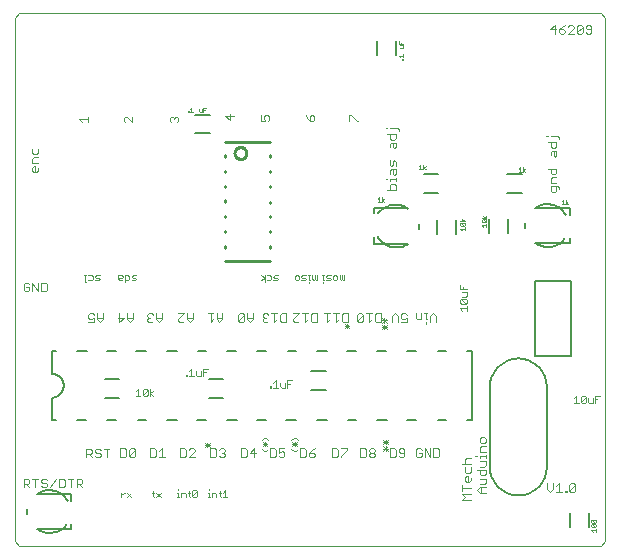
<source format=gto>
G75*
G70*
%OFA0B0*%
%FSLAX24Y24*%
%IPPOS*%
%LPD*%
%AMOC8*
5,1,8,0,0,1.08239X$1,22.5*
%
%ADD10C,0.0000*%
%ADD11C,0.0030*%
%ADD12C,0.0020*%
%ADD13C,0.0010*%
%ADD14C,0.0060*%
%ADD15C,0.0050*%
%ADD16C,0.0100*%
D10*
X002337Y003180D02*
X002337Y003180D01*
X002180Y003337D01*
X002180Y003338D02*
X002180Y020778D01*
X002337Y020936D01*
X021708Y020936D01*
X021865Y020778D01*
X021865Y003337D01*
X021865Y003337D01*
X021708Y003180D01*
X021707Y003180D02*
X002337Y003180D01*
D11*
X002471Y005124D02*
X002471Y005414D01*
X002616Y005414D01*
X002664Y005366D01*
X002664Y005269D01*
X002616Y005221D01*
X002471Y005221D01*
X002567Y005221D02*
X002664Y005124D01*
X002862Y005124D02*
X002862Y005414D01*
X002765Y005414D02*
X002959Y005414D01*
X003060Y005366D02*
X003060Y005318D01*
X003108Y005269D01*
X003205Y005269D01*
X003253Y005221D01*
X003253Y005173D01*
X003205Y005124D01*
X003108Y005124D01*
X003060Y005173D01*
X003060Y005366D02*
X003108Y005414D01*
X003205Y005414D01*
X003253Y005366D01*
X003355Y005124D02*
X003548Y005414D01*
X003649Y005414D02*
X003794Y005414D01*
X003843Y005366D01*
X003843Y005173D01*
X003794Y005124D01*
X003649Y005124D01*
X003649Y005414D01*
X003944Y005414D02*
X004137Y005414D01*
X004041Y005414D02*
X004041Y005124D01*
X004239Y005124D02*
X004239Y005414D01*
X004384Y005414D01*
X004432Y005366D01*
X004432Y005269D01*
X004384Y005221D01*
X004239Y005221D01*
X004335Y005221D02*
X004432Y005124D01*
X004553Y006126D02*
X004553Y006417D01*
X004698Y006417D01*
X004747Y006368D01*
X004747Y006272D01*
X004698Y006223D01*
X004553Y006223D01*
X004650Y006223D02*
X004747Y006126D01*
X004848Y006175D02*
X004896Y006126D01*
X004993Y006126D01*
X005041Y006175D01*
X005041Y006223D01*
X004993Y006272D01*
X004896Y006272D01*
X004848Y006320D01*
X004848Y006368D01*
X004896Y006417D01*
X004993Y006417D01*
X005041Y006368D01*
X005143Y006417D02*
X005336Y006417D01*
X005239Y006417D02*
X005239Y006126D01*
X005703Y006130D02*
X005848Y006130D01*
X005896Y006178D01*
X005896Y006372D01*
X005848Y006420D01*
X005703Y006420D01*
X005703Y006130D01*
X005998Y006178D02*
X005998Y006372D01*
X006046Y006420D01*
X006143Y006420D01*
X006191Y006372D01*
X005998Y006178D01*
X006046Y006130D01*
X006143Y006130D01*
X006191Y006178D01*
X006191Y006372D01*
X006687Y006420D02*
X006687Y006130D01*
X006832Y006130D01*
X006881Y006178D01*
X006881Y006372D01*
X006832Y006420D01*
X006687Y006420D01*
X006982Y006323D02*
X007079Y006420D01*
X007079Y006130D01*
X007175Y006130D02*
X006982Y006130D01*
X007689Y006130D02*
X007835Y006130D01*
X007883Y006178D01*
X007883Y006372D01*
X007835Y006420D01*
X007689Y006420D01*
X007689Y006130D01*
X007984Y006130D02*
X008178Y006323D01*
X008178Y006372D01*
X008129Y006420D01*
X008033Y006420D01*
X007984Y006372D01*
X007984Y006130D02*
X008178Y006130D01*
X008695Y006130D02*
X008840Y006130D01*
X008888Y006178D01*
X008888Y006372D01*
X008840Y006420D01*
X008695Y006420D01*
X008695Y006130D01*
X008990Y006178D02*
X009038Y006130D01*
X009135Y006130D01*
X009183Y006178D01*
X009183Y006226D01*
X009135Y006275D01*
X009086Y006275D01*
X009135Y006275D02*
X009183Y006323D01*
X009183Y006372D01*
X009135Y006420D01*
X009038Y006420D01*
X008990Y006372D01*
X009719Y006420D02*
X009719Y006130D01*
X009864Y006130D01*
X009912Y006178D01*
X009912Y006372D01*
X009864Y006420D01*
X009719Y006420D01*
X010013Y006275D02*
X010207Y006275D01*
X010158Y006420D02*
X010013Y006275D01*
X010158Y006130D02*
X010158Y006420D01*
X010682Y006420D02*
X010682Y006130D01*
X010827Y006130D01*
X010875Y006178D01*
X010875Y006372D01*
X010827Y006420D01*
X010682Y006420D01*
X010976Y006420D02*
X010976Y006275D01*
X011073Y006323D01*
X011121Y006323D01*
X011170Y006275D01*
X011170Y006178D01*
X011121Y006130D01*
X011025Y006130D01*
X010976Y006178D01*
X010976Y006420D02*
X011170Y006420D01*
X011687Y006420D02*
X011687Y006130D01*
X011832Y006130D01*
X011881Y006178D01*
X011881Y006372D01*
X011832Y006420D01*
X011687Y006420D01*
X011982Y006275D02*
X012127Y006275D01*
X012175Y006226D01*
X012175Y006178D01*
X012127Y006130D01*
X012030Y006130D01*
X011982Y006178D01*
X011982Y006275D01*
X012079Y006372D01*
X012175Y006420D01*
X012750Y006420D02*
X012750Y006130D01*
X012895Y006130D01*
X012944Y006178D01*
X012944Y006372D01*
X012895Y006420D01*
X012750Y006420D01*
X013045Y006420D02*
X013238Y006420D01*
X013238Y006372D01*
X013045Y006178D01*
X013045Y006130D01*
X013695Y006130D02*
X013840Y006130D01*
X013888Y006178D01*
X013888Y006372D01*
X013840Y006420D01*
X013695Y006420D01*
X013695Y006130D01*
X013990Y006178D02*
X013990Y006226D01*
X014038Y006275D01*
X014135Y006275D01*
X014183Y006226D01*
X014183Y006178D01*
X014135Y006130D01*
X014038Y006130D01*
X013990Y006178D01*
X014038Y006275D02*
X013990Y006323D01*
X013990Y006372D01*
X014038Y006420D01*
X014135Y006420D01*
X014183Y006372D01*
X014183Y006323D01*
X014135Y006275D01*
X014679Y006420D02*
X014679Y006130D01*
X014824Y006130D01*
X014873Y006178D01*
X014873Y006372D01*
X014824Y006420D01*
X014679Y006420D01*
X014974Y006372D02*
X014974Y006323D01*
X015022Y006275D01*
X015167Y006275D01*
X015167Y006178D02*
X015167Y006372D01*
X015119Y006420D01*
X015022Y006420D01*
X014974Y006372D01*
X014974Y006178D02*
X015022Y006130D01*
X015119Y006130D01*
X015167Y006178D01*
X015545Y006178D02*
X015545Y006372D01*
X015594Y006420D01*
X015691Y006420D01*
X015739Y006372D01*
X015739Y006275D02*
X015642Y006275D01*
X015739Y006275D02*
X015739Y006178D01*
X015691Y006130D01*
X015594Y006130D01*
X015545Y006178D01*
X015840Y006130D02*
X015840Y006420D01*
X016034Y006130D01*
X016034Y006420D01*
X016135Y006420D02*
X016280Y006420D01*
X016328Y006372D01*
X016328Y006178D01*
X016280Y006130D01*
X016135Y006130D01*
X016135Y006420D01*
X017081Y005894D02*
X017371Y005894D01*
X017371Y005793D02*
X017371Y005648D01*
X017323Y005599D01*
X017226Y005599D01*
X017178Y005648D01*
X017178Y005793D01*
X017226Y005894D02*
X017178Y005942D01*
X017178Y006039D01*
X017226Y006088D01*
X017371Y006088D01*
X017533Y006157D02*
X017581Y006157D01*
X017678Y006157D02*
X017871Y006157D01*
X017871Y006109D02*
X017871Y006206D01*
X017871Y006305D02*
X017678Y006305D01*
X017678Y006451D01*
X017726Y006499D01*
X017871Y006499D01*
X017823Y006600D02*
X017726Y006600D01*
X017678Y006649D01*
X017678Y006745D01*
X017726Y006794D01*
X017823Y006794D01*
X017871Y006745D01*
X017871Y006649D01*
X017823Y006600D01*
X017678Y006157D02*
X017678Y006109D01*
X017678Y006008D02*
X017871Y006008D01*
X017871Y005863D01*
X017823Y005814D01*
X017678Y005814D01*
X017678Y005713D02*
X017678Y005568D01*
X017726Y005520D01*
X017823Y005520D01*
X017871Y005568D01*
X017871Y005713D01*
X017581Y005713D01*
X017678Y005419D02*
X017871Y005419D01*
X017871Y005273D01*
X017823Y005225D01*
X017678Y005225D01*
X017678Y005124D02*
X017871Y005124D01*
X017726Y005124D02*
X017726Y004930D01*
X017678Y004930D02*
X017581Y005027D01*
X017678Y005124D01*
X017678Y004930D02*
X017871Y004930D01*
X017371Y004909D02*
X017081Y004909D01*
X017178Y004812D01*
X017081Y004715D01*
X017371Y004715D01*
X017081Y005010D02*
X017081Y005204D01*
X017081Y005107D02*
X017371Y005107D01*
X017323Y005305D02*
X017226Y005305D01*
X017178Y005353D01*
X017178Y005450D01*
X017226Y005498D01*
X017275Y005498D01*
X017275Y005305D01*
X017323Y005305D02*
X017371Y005353D01*
X017371Y005450D01*
X019934Y005261D02*
X019934Y005068D01*
X020031Y004971D01*
X020127Y005068D01*
X020127Y005261D01*
X020228Y005165D02*
X020325Y005261D01*
X020325Y004971D01*
X020228Y004971D02*
X020422Y004971D01*
X020523Y004971D02*
X020571Y004971D01*
X020571Y005019D01*
X020523Y005019D01*
X020523Y004971D01*
X020670Y005019D02*
X020864Y005213D01*
X020864Y005019D01*
X020816Y004971D01*
X020719Y004971D01*
X020670Y005019D01*
X020670Y005213D01*
X020719Y005261D01*
X020816Y005261D01*
X020864Y005213D01*
X015881Y010582D02*
X015881Y010631D01*
X015881Y010727D02*
X015881Y010921D01*
X015929Y010921D02*
X015833Y010921D01*
X015733Y010921D02*
X015733Y010727D01*
X015588Y010727D01*
X015539Y010776D01*
X015539Y010921D01*
X015240Y010873D02*
X015191Y010921D01*
X015095Y010921D01*
X015046Y010873D01*
X015046Y010776D01*
X015095Y010727D01*
X015143Y010727D01*
X015240Y010776D01*
X015240Y010631D01*
X015046Y010631D01*
X014945Y010631D02*
X014945Y010824D01*
X014848Y010921D01*
X014752Y010824D01*
X014752Y010631D01*
X014374Y010631D02*
X014374Y010921D01*
X014229Y010921D01*
X014180Y010873D01*
X014180Y010679D01*
X014229Y010631D01*
X014374Y010631D01*
X014079Y010727D02*
X013982Y010631D01*
X013982Y010921D01*
X013886Y010921D02*
X014079Y010921D01*
X013784Y010873D02*
X013784Y010679D01*
X013736Y010631D01*
X013639Y010631D01*
X013591Y010679D01*
X013784Y010873D01*
X013736Y010921D01*
X013639Y010921D01*
X013591Y010873D01*
X013591Y010679D01*
X013271Y010631D02*
X013271Y010921D01*
X013126Y010921D01*
X013078Y010873D01*
X013078Y010679D01*
X013126Y010631D01*
X013271Y010631D01*
X012977Y010727D02*
X012880Y010631D01*
X012880Y010921D01*
X012977Y010921D02*
X012783Y010921D01*
X012682Y010921D02*
X012488Y010921D01*
X012585Y010921D02*
X012585Y010631D01*
X012682Y010727D01*
X012248Y010631D02*
X012103Y010631D01*
X012054Y010679D01*
X012054Y010873D01*
X012103Y010921D01*
X012248Y010921D01*
X012248Y010631D01*
X011953Y010727D02*
X011856Y010631D01*
X011856Y010921D01*
X011760Y010921D02*
X011953Y010921D01*
X011658Y010921D02*
X011465Y010727D01*
X011465Y010679D01*
X011513Y010631D01*
X011610Y010631D01*
X011658Y010679D01*
X011658Y010921D02*
X011465Y010921D01*
X011224Y010921D02*
X011224Y010631D01*
X011079Y010631D01*
X011031Y010679D01*
X011031Y010873D01*
X011079Y010921D01*
X011224Y010921D01*
X010929Y010921D02*
X010736Y010921D01*
X010833Y010921D02*
X010833Y010631D01*
X010929Y010727D01*
X010635Y010679D02*
X010586Y010631D01*
X010490Y010631D01*
X010441Y010679D01*
X010441Y010727D01*
X010490Y010776D01*
X010441Y010824D01*
X010441Y010873D01*
X010490Y010921D01*
X010586Y010921D01*
X010635Y010873D01*
X010538Y010776D02*
X010490Y010776D01*
X010122Y010776D02*
X009928Y010776D01*
X009928Y010727D02*
X009928Y010921D01*
X009827Y010873D02*
X009634Y010679D01*
X009634Y010873D01*
X009682Y010921D01*
X009779Y010921D01*
X009827Y010873D01*
X009827Y010679D01*
X009779Y010631D01*
X009682Y010631D01*
X009634Y010679D01*
X009928Y010727D02*
X010025Y010631D01*
X010122Y010727D01*
X010122Y010921D01*
X009098Y010921D02*
X009098Y010727D01*
X009001Y010631D01*
X008905Y010727D01*
X008905Y010921D01*
X008803Y010921D02*
X008610Y010921D01*
X008707Y010921D02*
X008707Y010631D01*
X008803Y010727D01*
X008905Y010776D02*
X009098Y010776D01*
X008114Y010776D02*
X007920Y010776D01*
X007920Y010727D02*
X007920Y010921D01*
X007819Y010921D02*
X007626Y010727D01*
X007626Y010679D01*
X007674Y010631D01*
X007771Y010631D01*
X007819Y010679D01*
X007920Y010727D02*
X008017Y010631D01*
X008114Y010727D01*
X008114Y010921D01*
X007819Y010921D02*
X007626Y010921D01*
X007090Y010921D02*
X007090Y010727D01*
X006993Y010631D01*
X006897Y010727D01*
X006897Y010921D01*
X006796Y010873D02*
X006747Y010921D01*
X006650Y010921D01*
X006602Y010873D01*
X006602Y010824D01*
X006650Y010776D01*
X006699Y010776D01*
X006650Y010776D02*
X006602Y010727D01*
X006602Y010679D01*
X006650Y010631D01*
X006747Y010631D01*
X006796Y010679D01*
X006897Y010776D02*
X007090Y010776D01*
X006106Y010776D02*
X005912Y010776D01*
X005912Y010727D02*
X005912Y010921D01*
X005811Y010776D02*
X005618Y010776D01*
X005666Y010921D02*
X005666Y010631D01*
X005811Y010776D01*
X005912Y010727D02*
X006009Y010631D01*
X006106Y010727D01*
X006106Y010921D01*
X005122Y010921D02*
X005122Y010727D01*
X005025Y010631D01*
X004928Y010727D01*
X004928Y010921D01*
X004827Y010873D02*
X004779Y010921D01*
X004682Y010921D01*
X004634Y010873D01*
X004634Y010776D01*
X004682Y010727D01*
X004730Y010727D01*
X004827Y010776D01*
X004827Y010631D01*
X004634Y010631D01*
X004928Y010776D02*
X005122Y010776D01*
X003253Y011708D02*
X003253Y011901D01*
X003205Y011950D01*
X003060Y011950D01*
X003060Y011660D01*
X003205Y011660D01*
X003253Y011708D01*
X002959Y011660D02*
X002959Y011950D01*
X002765Y011950D02*
X002959Y011660D01*
X002765Y011660D02*
X002765Y011950D01*
X002664Y011901D02*
X002616Y011950D01*
X002519Y011950D01*
X002471Y011901D01*
X002471Y011708D01*
X002519Y011660D01*
X002616Y011660D01*
X002664Y011708D01*
X002664Y011805D01*
X002567Y011805D01*
X002807Y015636D02*
X002759Y015684D01*
X002759Y015781D01*
X002807Y015829D01*
X002856Y015829D01*
X002856Y015636D01*
X002904Y015636D02*
X002807Y015636D01*
X002904Y015636D02*
X002952Y015684D01*
X002952Y015781D01*
X002952Y015931D02*
X002759Y015931D01*
X002759Y016076D01*
X002807Y016124D01*
X002952Y016124D01*
X002904Y016225D02*
X002952Y016274D01*
X002952Y016419D01*
X002759Y016419D02*
X002759Y016274D01*
X002807Y016225D01*
X002904Y016225D01*
X004316Y017386D02*
X004606Y017386D01*
X004606Y017289D02*
X004606Y017483D01*
X004412Y017289D02*
X004316Y017386D01*
X005812Y017338D02*
X005860Y017289D01*
X005812Y017338D02*
X005812Y017435D01*
X005860Y017483D01*
X005909Y017483D01*
X006102Y017289D01*
X006102Y017483D01*
X007347Y017435D02*
X007347Y017338D01*
X007396Y017289D01*
X007492Y017386D02*
X007492Y017435D01*
X007541Y017483D01*
X007589Y017483D01*
X007637Y017435D01*
X007637Y017338D01*
X007589Y017289D01*
X007492Y017435D02*
X007444Y017483D01*
X007396Y017483D01*
X007347Y017435D01*
X009198Y017513D02*
X009343Y017368D01*
X009343Y017562D01*
X009488Y017513D02*
X009198Y017513D01*
X010379Y017522D02*
X010379Y017329D01*
X010524Y017329D01*
X010475Y017426D01*
X010475Y017474D01*
X010524Y017522D01*
X010621Y017522D01*
X010669Y017474D01*
X010669Y017377D01*
X010621Y017329D01*
X011875Y017522D02*
X011923Y017426D01*
X012020Y017329D01*
X012020Y017474D01*
X012068Y017522D01*
X012117Y017522D01*
X012165Y017474D01*
X012165Y017377D01*
X012117Y017329D01*
X012020Y017329D01*
X013331Y017329D02*
X013331Y017522D01*
X013380Y017522D01*
X013573Y017329D01*
X013622Y017329D01*
X014543Y017106D02*
X014591Y017106D01*
X014688Y017106D02*
X014930Y017106D01*
X014978Y017058D01*
X014978Y017010D01*
X014882Y016909D02*
X014591Y016909D01*
X014688Y016909D02*
X014688Y016763D01*
X014736Y016715D01*
X014833Y016715D01*
X014882Y016763D01*
X014882Y016909D01*
X014882Y016614D02*
X014736Y016614D01*
X014688Y016566D01*
X014688Y016469D01*
X014785Y016469D02*
X014785Y016614D01*
X014882Y016614D02*
X014882Y016469D01*
X014833Y016420D01*
X014785Y016469D01*
X014833Y016025D02*
X014785Y015976D01*
X014785Y015880D01*
X014736Y015831D01*
X014688Y015880D01*
X014688Y016025D01*
X014833Y016025D02*
X014882Y015976D01*
X014882Y015831D01*
X014882Y015730D02*
X014882Y015585D01*
X014833Y015536D01*
X014785Y015585D01*
X014785Y015730D01*
X014736Y015730D02*
X014882Y015730D01*
X014736Y015730D02*
X014688Y015682D01*
X014688Y015585D01*
X014688Y015388D02*
X014882Y015388D01*
X014882Y015340D02*
X014882Y015437D01*
X014688Y015388D02*
X014688Y015340D01*
X014591Y015388D02*
X014543Y015388D01*
X014736Y015239D02*
X014688Y015191D01*
X014688Y015045D01*
X014591Y015045D02*
X014882Y015045D01*
X014882Y015191D01*
X014833Y015239D01*
X014736Y015239D01*
X016127Y010921D02*
X016031Y010824D01*
X016031Y010631D01*
X015929Y010727D02*
X015881Y010727D01*
X016127Y010921D02*
X016224Y010824D01*
X016224Y010631D01*
X020091Y014967D02*
X020187Y014967D01*
X020236Y015015D01*
X020236Y015160D01*
X020284Y015160D02*
X020042Y015160D01*
X020042Y015015D01*
X020091Y014967D01*
X020333Y015063D02*
X020333Y015112D01*
X020284Y015160D01*
X020236Y015261D02*
X020042Y015261D01*
X020042Y015406D01*
X020091Y015455D01*
X020236Y015455D01*
X020187Y015556D02*
X020091Y015556D01*
X020042Y015604D01*
X020042Y015749D01*
X019946Y015749D02*
X020236Y015749D01*
X020236Y015604D01*
X020187Y015556D01*
X020187Y016145D02*
X020139Y016194D01*
X020139Y016339D01*
X020091Y016339D02*
X020236Y016339D01*
X020236Y016194D01*
X020187Y016145D01*
X020042Y016194D02*
X020042Y016290D01*
X020091Y016339D01*
X020091Y016440D02*
X020042Y016488D01*
X020042Y016633D01*
X019946Y016633D02*
X020236Y016633D01*
X020236Y016488D01*
X020187Y016440D01*
X020091Y016440D01*
X020333Y016735D02*
X020333Y016783D01*
X020284Y016831D01*
X020042Y016831D01*
X019946Y016831D02*
X019897Y016831D01*
X020175Y020242D02*
X020175Y020532D01*
X020030Y020387D01*
X020223Y020387D01*
X020324Y020387D02*
X020469Y020387D01*
X020518Y020339D01*
X020518Y020291D01*
X020469Y020242D01*
X020373Y020242D01*
X020324Y020291D01*
X020324Y020387D01*
X020421Y020484D01*
X020518Y020532D01*
X020619Y020484D02*
X020667Y020532D01*
X020764Y020532D01*
X020812Y020484D01*
X020812Y020436D01*
X020619Y020242D01*
X020812Y020242D01*
X020914Y020291D02*
X021107Y020484D01*
X021107Y020291D01*
X021059Y020242D01*
X020962Y020242D01*
X020914Y020291D01*
X020914Y020484D01*
X020962Y020532D01*
X021059Y020532D01*
X021107Y020484D01*
X021208Y020484D02*
X021208Y020436D01*
X021257Y020387D01*
X021402Y020387D01*
X021402Y020291D02*
X021402Y020484D01*
X021353Y020532D01*
X021257Y020532D01*
X021208Y020484D01*
X021208Y020291D02*
X021257Y020242D01*
X021353Y020242D01*
X021402Y020291D01*
D12*
X013154Y012186D02*
X013154Y012039D01*
X013118Y012039D01*
X013081Y012076D01*
X013044Y012039D01*
X013007Y012076D01*
X013007Y012186D01*
X013081Y012186D02*
X013081Y012076D01*
X012933Y012076D02*
X012933Y012149D01*
X012897Y012186D01*
X012823Y012186D01*
X012786Y012149D01*
X012786Y012076D01*
X012823Y012039D01*
X012897Y012039D01*
X012933Y012076D01*
X012712Y012076D02*
X012676Y012039D01*
X012565Y012039D01*
X012491Y012039D02*
X012455Y012039D01*
X012455Y012186D01*
X012491Y012186D02*
X012418Y012186D01*
X012565Y012149D02*
X012602Y012112D01*
X012676Y012112D01*
X012712Y012076D01*
X012712Y012186D02*
X012602Y012186D01*
X012565Y012149D01*
X012455Y011966D02*
X012455Y011929D01*
X012249Y012039D02*
X012249Y012186D01*
X012175Y012186D02*
X012175Y012076D01*
X012139Y012039D01*
X012102Y012076D01*
X012102Y012186D01*
X012028Y012186D02*
X011954Y012186D01*
X011991Y012186D02*
X011991Y012039D01*
X012028Y012039D01*
X011991Y011966D02*
X011991Y011929D01*
X011844Y012039D02*
X011880Y012076D01*
X011844Y012112D01*
X011770Y012112D01*
X011734Y012149D01*
X011770Y012186D01*
X011880Y012186D01*
X011844Y012039D02*
X011734Y012039D01*
X011659Y012076D02*
X011659Y012149D01*
X011623Y012186D01*
X011549Y012186D01*
X011513Y012149D01*
X011513Y012076D01*
X011549Y012039D01*
X011623Y012039D01*
X011659Y012076D01*
X012175Y012076D02*
X012212Y012039D01*
X012249Y012039D01*
X010950Y012076D02*
X010913Y012039D01*
X010803Y012039D01*
X010839Y012112D02*
X010913Y012112D01*
X010950Y012076D01*
X010950Y012186D02*
X010839Y012186D01*
X010803Y012149D01*
X010839Y012112D01*
X010729Y012076D02*
X010729Y012149D01*
X010692Y012186D01*
X010582Y012186D01*
X010508Y012186D02*
X010508Y011966D01*
X010582Y012039D02*
X010692Y012039D01*
X010729Y012076D01*
X010508Y012112D02*
X010397Y012039D01*
X010508Y012112D02*
X010397Y012186D01*
X013174Y010578D02*
X013321Y010431D01*
X013248Y010431D02*
X013248Y010578D01*
X013321Y010578D02*
X013174Y010431D01*
X013174Y010505D02*
X013321Y010505D01*
X014427Y010542D02*
X014574Y010395D01*
X014574Y010468D02*
X014427Y010468D01*
X014427Y010395D02*
X014574Y010542D01*
X014501Y010542D02*
X014501Y010395D01*
X014501Y010616D02*
X014501Y010763D01*
X014574Y010763D02*
X014427Y010616D01*
X014427Y010689D02*
X014574Y010689D01*
X014574Y010616D02*
X014427Y010763D01*
X017014Y011092D02*
X017251Y011092D01*
X017251Y011013D02*
X017251Y011171D01*
X017211Y011249D02*
X017251Y011288D01*
X017251Y011367D01*
X017211Y011406D01*
X017054Y011406D01*
X017211Y011249D01*
X017054Y011249D01*
X017014Y011288D01*
X017014Y011367D01*
X017054Y011406D01*
X017093Y011485D02*
X017211Y011485D01*
X017251Y011524D01*
X017251Y011642D01*
X017093Y011642D01*
X017132Y011720D02*
X017132Y011799D01*
X017014Y011720D02*
X017014Y011878D01*
X017014Y011720D02*
X017251Y011720D01*
X017014Y011092D02*
X017093Y011013D01*
X020818Y008093D02*
X020897Y008172D01*
X020897Y007936D01*
X020818Y007936D02*
X020976Y007936D01*
X021054Y007975D02*
X021211Y008133D01*
X021211Y007975D01*
X021172Y007936D01*
X021093Y007936D01*
X021054Y007975D01*
X021054Y008133D01*
X021093Y008172D01*
X021172Y008172D01*
X021211Y008133D01*
X021290Y008093D02*
X021290Y007975D01*
X021329Y007936D01*
X021447Y007936D01*
X021447Y008093D01*
X021525Y008054D02*
X021604Y008054D01*
X021525Y007936D02*
X021525Y008172D01*
X021683Y008172D01*
X014614Y006707D02*
X014467Y006561D01*
X014467Y006634D02*
X014614Y006634D01*
X014614Y006561D02*
X014467Y006707D01*
X014540Y006707D02*
X014540Y006561D01*
X014540Y006486D02*
X014540Y006340D01*
X014467Y006340D02*
X014614Y006486D01*
X014614Y006413D02*
X014467Y006413D01*
X014467Y006486D02*
X014614Y006340D01*
X011619Y006413D02*
X011545Y006340D01*
X011472Y006340D01*
X011399Y006413D01*
X011435Y006487D02*
X011582Y006634D01*
X011509Y006634D02*
X011509Y006487D01*
X011582Y006487D02*
X011435Y006634D01*
X011435Y006560D02*
X011582Y006560D01*
X011619Y006708D02*
X011545Y006781D01*
X011472Y006781D01*
X011399Y006708D01*
X010635Y006708D02*
X010561Y006781D01*
X010488Y006781D01*
X010414Y006708D01*
X010451Y006634D02*
X010598Y006487D01*
X010598Y006560D02*
X010451Y006560D01*
X010451Y006487D02*
X010598Y006634D01*
X010524Y006634D02*
X010524Y006487D01*
X010414Y006413D02*
X010488Y006340D01*
X010561Y006340D01*
X010635Y006413D01*
X009196Y005024D02*
X009123Y004951D01*
X009049Y004951D02*
X008976Y004951D01*
X009012Y004988D02*
X009012Y004841D01*
X009049Y004804D01*
X009123Y004804D02*
X009270Y004804D01*
X009196Y004804D02*
X009196Y005024D01*
X008901Y004914D02*
X008901Y004804D01*
X008901Y004914D02*
X008865Y004951D01*
X008755Y004951D01*
X008755Y004804D01*
X008681Y004804D02*
X008607Y004804D01*
X008644Y004804D02*
X008644Y004951D01*
X008607Y004951D01*
X008644Y005024D02*
X008644Y005061D01*
X008246Y004988D02*
X008099Y004841D01*
X008136Y004804D01*
X008209Y004804D01*
X008246Y004841D01*
X008246Y004988D01*
X008209Y005024D01*
X008136Y005024D01*
X008099Y004988D01*
X008099Y004841D01*
X008025Y004804D02*
X007989Y004841D01*
X007989Y004988D01*
X008025Y004951D02*
X007952Y004951D01*
X007878Y004914D02*
X007878Y004804D01*
X007878Y004914D02*
X007841Y004951D01*
X007731Y004951D01*
X007731Y004804D01*
X007657Y004804D02*
X007584Y004804D01*
X007620Y004804D02*
X007620Y004951D01*
X007584Y004951D01*
X007620Y005024D02*
X007620Y005061D01*
X007051Y004951D02*
X006904Y004804D01*
X006830Y004804D02*
X006794Y004841D01*
X006794Y004988D01*
X006830Y004951D02*
X006757Y004951D01*
X006904Y004951D02*
X007051Y004804D01*
X006064Y004804D02*
X005917Y004951D01*
X005843Y004951D02*
X005807Y004951D01*
X005733Y004878D01*
X005733Y004951D02*
X005733Y004804D01*
X005917Y004804D02*
X006064Y004951D01*
X008529Y006455D02*
X008675Y006602D01*
X008602Y006602D02*
X008602Y006455D01*
X008675Y006455D02*
X008529Y006602D01*
X008529Y006528D02*
X008675Y006528D01*
X006801Y008179D02*
X006683Y008257D01*
X006801Y008336D01*
X006683Y008415D02*
X006683Y008179D01*
X006605Y008218D02*
X006566Y008179D01*
X006487Y008179D01*
X006448Y008218D01*
X006605Y008375D01*
X006605Y008218D01*
X006448Y008218D02*
X006448Y008375D01*
X006487Y008415D01*
X006566Y008415D01*
X006605Y008375D01*
X006370Y008179D02*
X006212Y008179D01*
X006291Y008179D02*
X006291Y008415D01*
X006212Y008336D01*
X007872Y008842D02*
X007911Y008842D01*
X007911Y008881D01*
X007872Y008881D01*
X007872Y008842D01*
X007989Y008842D02*
X008147Y008842D01*
X008068Y008842D02*
X008068Y009078D01*
X007989Y008999D01*
X008225Y008999D02*
X008225Y008881D01*
X008264Y008842D01*
X008382Y008842D01*
X008382Y008999D01*
X008461Y008960D02*
X008539Y008960D01*
X008461Y009078D02*
X008618Y009078D01*
X008461Y009078D02*
X008461Y008842D01*
X010679Y008490D02*
X010718Y008490D01*
X010718Y008451D01*
X010679Y008451D01*
X010679Y008490D01*
X010796Y008451D02*
X010954Y008451D01*
X010875Y008451D02*
X010875Y008687D01*
X010796Y008608D01*
X011032Y008608D02*
X011032Y008490D01*
X011071Y008451D01*
X011190Y008451D01*
X011190Y008608D01*
X011268Y008569D02*
X011346Y008569D01*
X011268Y008451D02*
X011268Y008687D01*
X011425Y008687D01*
X006225Y012076D02*
X006188Y012039D01*
X006078Y012039D01*
X006115Y012112D02*
X006188Y012112D01*
X006225Y012076D01*
X006225Y012186D02*
X006115Y012186D01*
X006078Y012149D01*
X006115Y012112D01*
X006004Y012076D02*
X005967Y012039D01*
X005857Y012039D01*
X005857Y011966D02*
X005857Y012186D01*
X005967Y012186D01*
X006004Y012149D01*
X006004Y012076D01*
X005783Y012149D02*
X005746Y012112D01*
X005636Y012112D01*
X005636Y012076D02*
X005636Y012186D01*
X005746Y012186D01*
X005783Y012149D01*
X005746Y012039D02*
X005673Y012039D01*
X005636Y012076D01*
X005005Y012076D02*
X004968Y012039D01*
X004858Y012039D01*
X004895Y012112D02*
X004968Y012112D01*
X005005Y012076D01*
X005005Y012186D02*
X004895Y012186D01*
X004858Y012149D01*
X004895Y012112D01*
X004784Y012076D02*
X004784Y012149D01*
X004747Y012186D01*
X004637Y012186D01*
X004563Y012186D02*
X004489Y012186D01*
X004526Y012186D02*
X004526Y011966D01*
X004563Y011966D01*
X004637Y012039D02*
X004747Y012039D01*
X004784Y012076D01*
D13*
X007946Y017630D02*
X007971Y017630D01*
X007971Y017655D01*
X007946Y017655D01*
X007946Y017630D01*
X008019Y017630D02*
X008119Y017630D01*
X008069Y017630D02*
X008069Y017780D01*
X008019Y017730D01*
X008314Y017730D02*
X008314Y017655D01*
X008339Y017630D01*
X008414Y017630D01*
X008414Y017730D01*
X008461Y017705D02*
X008511Y017705D01*
X008461Y017630D02*
X008461Y017780D01*
X008561Y017780D01*
X014272Y014742D02*
X014322Y014792D01*
X014322Y014642D01*
X014272Y014642D02*
X014372Y014642D01*
X014419Y014642D02*
X014419Y014792D01*
X014494Y014742D02*
X014419Y014692D01*
X014494Y014642D01*
X015652Y015722D02*
X015752Y015722D01*
X015799Y015722D02*
X015799Y015872D01*
X015874Y015822D02*
X015799Y015772D01*
X015874Y015722D01*
X015702Y015722D02*
X015702Y015872D01*
X015652Y015822D01*
X017072Y014068D02*
X017122Y013993D01*
X017172Y014068D01*
X017172Y013993D02*
X017021Y013993D01*
X017047Y013946D02*
X017147Y013846D01*
X017172Y013871D01*
X017172Y013921D01*
X017147Y013946D01*
X017047Y013946D01*
X017021Y013921D01*
X017021Y013871D01*
X017047Y013846D01*
X017147Y013846D01*
X017172Y013798D02*
X017172Y013698D01*
X017172Y013748D02*
X017021Y013748D01*
X017072Y013698D01*
X017750Y013862D02*
X017900Y013862D01*
X017900Y013812D02*
X017900Y013912D01*
X017875Y013959D02*
X017775Y014059D01*
X017875Y014059D01*
X017900Y014034D01*
X017900Y013984D01*
X017875Y013959D01*
X017775Y013959D01*
X017750Y013984D01*
X017750Y014034D01*
X017775Y014059D01*
X017750Y014106D02*
X017900Y014106D01*
X017850Y014106D02*
X017800Y014181D01*
X017850Y014106D02*
X017900Y014181D01*
X017750Y013862D02*
X017800Y013812D01*
X018971Y015649D02*
X019071Y015649D01*
X019118Y015649D02*
X019118Y015799D01*
X019193Y015749D02*
X019118Y015699D01*
X019193Y015649D01*
X019021Y015649D02*
X019021Y015799D01*
X018971Y015749D01*
X020413Y014663D02*
X020463Y014713D01*
X020463Y014563D01*
X020413Y014563D02*
X020513Y014563D01*
X020561Y014563D02*
X020561Y014713D01*
X020636Y014663D02*
X020561Y014613D01*
X020636Y014563D01*
X015125Y019385D02*
X015125Y019410D01*
X015100Y019410D01*
X015100Y019385D01*
X015125Y019385D01*
X015125Y019459D02*
X015125Y019559D01*
X015125Y019509D02*
X014975Y019509D01*
X015025Y019459D01*
X015025Y019753D02*
X015100Y019753D01*
X015125Y019778D01*
X015125Y019853D01*
X015025Y019853D01*
X015050Y019901D02*
X015050Y019951D01*
X014975Y019901D02*
X014975Y020001D01*
X014975Y019901D02*
X015125Y019901D01*
X021419Y004046D02*
X021519Y003946D01*
X021544Y003971D01*
X021544Y004021D01*
X021519Y004046D01*
X021419Y004046D01*
X021394Y004021D01*
X021394Y003971D01*
X021419Y003946D01*
X021519Y003946D01*
X021519Y003899D02*
X021544Y003874D01*
X021544Y003823D01*
X021519Y003798D01*
X021419Y003899D01*
X021519Y003899D01*
X021419Y003899D02*
X021394Y003874D01*
X021394Y003823D01*
X021419Y003798D01*
X021519Y003798D01*
X021544Y003751D02*
X021544Y003651D01*
X021544Y003701D02*
X021394Y003701D01*
X021444Y003651D01*
D14*
X021314Y003810D02*
X021314Y004282D01*
X020684Y004282D02*
X020684Y003810D01*
X017408Y007365D02*
X017408Y009665D01*
X016882Y013574D02*
X016882Y014047D01*
X016252Y014047D02*
X016252Y013574D01*
X016283Y014952D02*
X015811Y014952D01*
X015811Y015582D02*
X016283Y015582D01*
X017980Y014060D02*
X017980Y013588D01*
X018610Y013588D02*
X018610Y014060D01*
X018600Y014939D02*
X019072Y014939D01*
X019072Y015569D02*
X018600Y015569D01*
X014895Y019544D02*
X014895Y020016D01*
X014265Y020016D02*
X014265Y019544D01*
X008676Y017550D02*
X008204Y017550D01*
X008204Y016920D02*
X008676Y016920D01*
X007573Y009657D02*
X007258Y009657D01*
X006549Y009657D02*
X006234Y009657D01*
X005565Y009657D02*
X005250Y009657D01*
X004581Y009657D02*
X004266Y009657D01*
X003557Y009665D02*
X003408Y009665D01*
X003408Y008915D01*
X003447Y008913D01*
X003486Y008907D01*
X003524Y008898D01*
X003561Y008885D01*
X003597Y008868D01*
X003630Y008848D01*
X003662Y008824D01*
X003691Y008798D01*
X003717Y008769D01*
X003741Y008737D01*
X003761Y008704D01*
X003778Y008668D01*
X003791Y008631D01*
X003800Y008593D01*
X003806Y008554D01*
X003808Y008515D01*
X003806Y008476D01*
X003800Y008437D01*
X003791Y008399D01*
X003778Y008362D01*
X003761Y008326D01*
X003741Y008293D01*
X003717Y008261D01*
X003691Y008232D01*
X003662Y008206D01*
X003630Y008182D01*
X003597Y008162D01*
X003561Y008145D01*
X003524Y008132D01*
X003486Y008123D01*
X003447Y008117D01*
X003408Y008115D01*
X003408Y007365D01*
X003557Y007365D01*
X005176Y008101D02*
X005649Y008101D01*
X005649Y008731D02*
X005176Y008731D01*
X008641Y008734D02*
X009113Y008734D01*
X009113Y008104D02*
X008641Y008104D01*
X012066Y008356D02*
X012538Y008356D01*
X012538Y008986D02*
X012066Y008986D01*
D15*
X012258Y009657D02*
X012573Y009657D01*
X013242Y009657D02*
X013557Y009657D01*
X014266Y009657D02*
X014541Y009657D01*
X015250Y009657D02*
X015565Y009657D01*
X016274Y009657D02*
X016549Y009657D01*
X017258Y009657D02*
X017415Y009657D01*
X018020Y008515D02*
X018020Y005798D01*
X018022Y005737D01*
X018028Y005677D01*
X018037Y005617D01*
X018051Y005558D01*
X018068Y005500D01*
X018089Y005443D01*
X018114Y005388D01*
X018142Y005334D01*
X018173Y005282D01*
X018208Y005233D01*
X018245Y005185D01*
X018286Y005141D01*
X018330Y005098D01*
X018376Y005059D01*
X018424Y005023D01*
X018475Y004990D01*
X018528Y004960D01*
X018582Y004934D01*
X018639Y004911D01*
X018696Y004892D01*
X018755Y004877D01*
X018814Y004865D01*
X018874Y004857D01*
X018935Y004853D01*
X018995Y004853D01*
X019056Y004857D01*
X019116Y004865D01*
X019175Y004877D01*
X019234Y004892D01*
X019291Y004911D01*
X019348Y004934D01*
X019402Y004960D01*
X019455Y004990D01*
X019506Y005023D01*
X019554Y005059D01*
X019600Y005098D01*
X019644Y005141D01*
X019685Y005185D01*
X019722Y005233D01*
X019757Y005282D01*
X019788Y005334D01*
X019816Y005388D01*
X019841Y005443D01*
X019862Y005500D01*
X019879Y005558D01*
X019893Y005617D01*
X019902Y005677D01*
X019908Y005737D01*
X019910Y005798D01*
X019910Y008475D01*
X019908Y008536D01*
X019902Y008596D01*
X019893Y008656D01*
X019879Y008715D01*
X019862Y008773D01*
X019841Y008830D01*
X019816Y008885D01*
X019788Y008939D01*
X019757Y008991D01*
X019722Y009040D01*
X019685Y009088D01*
X019644Y009132D01*
X019600Y009175D01*
X019554Y009214D01*
X019506Y009250D01*
X019455Y009283D01*
X019402Y009313D01*
X019348Y009339D01*
X019291Y009362D01*
X019234Y009381D01*
X019175Y009396D01*
X019116Y009408D01*
X019056Y009416D01*
X018995Y009420D01*
X018935Y009420D01*
X018874Y009416D01*
X018814Y009408D01*
X018755Y009396D01*
X018696Y009381D01*
X018639Y009362D01*
X018582Y009339D01*
X018528Y009313D01*
X018475Y009283D01*
X018424Y009250D01*
X018376Y009214D01*
X018330Y009175D01*
X018286Y009132D01*
X018245Y009088D01*
X018208Y009040D01*
X018173Y008991D01*
X018142Y008939D01*
X018114Y008885D01*
X018089Y008830D01*
X018068Y008773D01*
X018051Y008715D01*
X018037Y008656D01*
X018028Y008596D01*
X018022Y008536D01*
X018020Y008475D01*
X017376Y007374D02*
X017258Y007374D01*
X016549Y007374D02*
X016274Y007374D01*
X015565Y007374D02*
X015250Y007374D01*
X014581Y007374D02*
X014266Y007374D01*
X013557Y007374D02*
X013282Y007374D01*
X012573Y007374D02*
X012258Y007374D01*
X011549Y007374D02*
X011234Y007374D01*
X010565Y007374D02*
X010250Y007374D01*
X009581Y007374D02*
X009266Y007374D01*
X008557Y007374D02*
X008242Y007374D01*
X007573Y007374D02*
X007258Y007374D01*
X006549Y007374D02*
X006274Y007374D01*
X005565Y007374D02*
X005250Y007374D01*
X004541Y007374D02*
X004266Y007374D01*
X004070Y004912D02*
X002928Y004912D01*
X002574Y004400D02*
X002574Y004243D01*
X002928Y003731D02*
X004070Y003731D01*
X004070Y003889D01*
X004070Y004676D02*
X004070Y004912D01*
X003928Y003896D02*
X003895Y003855D01*
X003858Y003816D01*
X003819Y003780D01*
X003777Y003747D01*
X003733Y003718D01*
X003686Y003691D01*
X003639Y003668D01*
X003589Y003648D01*
X003538Y003632D01*
X003486Y003620D01*
X003434Y003612D01*
X003381Y003607D01*
X003328Y003606D01*
X003275Y003609D01*
X003222Y003616D01*
X003170Y003627D01*
X003118Y003641D01*
X003068Y003659D01*
X003020Y003681D01*
X002973Y003706D01*
X002928Y003734D01*
X002927Y004913D02*
X002971Y004940D01*
X003016Y004964D01*
X003063Y004984D01*
X003111Y005001D01*
X003161Y005014D01*
X003211Y005024D01*
X003262Y005030D01*
X003313Y005033D01*
X003364Y005032D01*
X003415Y005027D01*
X003465Y005018D01*
X003515Y005006D01*
X003564Y004991D01*
X003611Y004971D01*
X003657Y004949D01*
X003701Y004923D01*
X003743Y004894D01*
X003783Y004862D01*
X003821Y004828D01*
X003856Y004790D01*
X003888Y004751D01*
X003918Y004709D01*
X003944Y004665D01*
X008282Y009657D02*
X008557Y009657D01*
X009266Y009657D02*
X009541Y009657D01*
X010250Y009657D02*
X010565Y009657D01*
X011274Y009657D02*
X011549Y009657D01*
X014148Y013241D02*
X014148Y013477D01*
X014148Y013241D02*
X015289Y013241D01*
X015644Y013752D02*
X015644Y013910D01*
X015289Y014422D02*
X014148Y014422D01*
X014148Y014264D01*
X014289Y014256D02*
X014322Y014297D01*
X014359Y014336D01*
X014398Y014372D01*
X014440Y014405D01*
X014484Y014434D01*
X014531Y014461D01*
X014578Y014484D01*
X014628Y014504D01*
X014679Y014520D01*
X014731Y014532D01*
X014783Y014540D01*
X014836Y014545D01*
X014889Y014546D01*
X014942Y014543D01*
X014995Y014536D01*
X015047Y014525D01*
X015099Y014511D01*
X015149Y014493D01*
X015197Y014471D01*
X015244Y014446D01*
X015289Y014418D01*
X015290Y013240D02*
X015246Y013213D01*
X015201Y013189D01*
X015154Y013169D01*
X015106Y013152D01*
X015056Y013139D01*
X015006Y013129D01*
X014955Y013123D01*
X014904Y013120D01*
X014853Y013121D01*
X014802Y013126D01*
X014752Y013135D01*
X014702Y013147D01*
X014653Y013162D01*
X014606Y013182D01*
X014560Y013204D01*
X014516Y013230D01*
X014474Y013259D01*
X014434Y013291D01*
X014396Y013325D01*
X014361Y013363D01*
X014329Y013402D01*
X014299Y013444D01*
X014273Y013488D01*
X019178Y013774D02*
X019178Y013932D01*
X019533Y014444D02*
X020674Y014444D01*
X020674Y014208D01*
X020533Y013428D02*
X020500Y013387D01*
X020463Y013348D01*
X020424Y013312D01*
X020382Y013279D01*
X020338Y013250D01*
X020291Y013223D01*
X020244Y013200D01*
X020194Y013180D01*
X020143Y013164D01*
X020091Y013152D01*
X020039Y013144D01*
X019986Y013139D01*
X019933Y013138D01*
X019880Y013141D01*
X019827Y013148D01*
X019775Y013159D01*
X019723Y013173D01*
X019673Y013191D01*
X019625Y013213D01*
X019578Y013238D01*
X019533Y013266D01*
X019533Y013263D02*
X020674Y013263D01*
X020674Y013420D01*
X020549Y014196D02*
X020523Y014240D01*
X020493Y014282D01*
X020461Y014321D01*
X020426Y014359D01*
X020388Y014393D01*
X020348Y014425D01*
X020306Y014454D01*
X020262Y014480D01*
X020216Y014502D01*
X020169Y014522D01*
X020120Y014537D01*
X020070Y014549D01*
X020020Y014558D01*
X019969Y014563D01*
X019918Y014564D01*
X019867Y014561D01*
X019816Y014555D01*
X019766Y014545D01*
X019716Y014532D01*
X019668Y014515D01*
X019621Y014495D01*
X019576Y014471D01*
X019532Y014444D01*
X019513Y012017D02*
X020734Y012017D01*
X020734Y009497D01*
X019513Y009497D01*
X019513Y012017D01*
D16*
X010684Y012683D02*
X009188Y012683D01*
X009188Y013116D02*
X009188Y013156D01*
X009188Y013628D02*
X009188Y013667D01*
X009188Y014140D02*
X009188Y014179D01*
X009188Y014652D02*
X009188Y014691D01*
X009188Y015124D02*
X009188Y015163D01*
X009188Y015636D02*
X009188Y015675D01*
X009188Y016148D02*
X009188Y016187D01*
X009188Y016620D02*
X010684Y016620D01*
X010684Y016187D02*
X010684Y016148D01*
X010684Y015675D02*
X010684Y015636D01*
X010684Y015163D02*
X010684Y015124D01*
X010684Y014652D02*
X010684Y014612D01*
X010684Y014179D02*
X010684Y014140D01*
X010684Y013667D02*
X010684Y013628D01*
X010684Y013156D02*
X010684Y013116D01*
X009503Y016266D02*
X009505Y016293D01*
X009511Y016320D01*
X009520Y016346D01*
X009533Y016370D01*
X009549Y016393D01*
X009568Y016412D01*
X009590Y016429D01*
X009614Y016443D01*
X009639Y016453D01*
X009666Y016460D01*
X009693Y016463D01*
X009721Y016462D01*
X009748Y016457D01*
X009774Y016449D01*
X009798Y016437D01*
X009821Y016421D01*
X009842Y016403D01*
X009859Y016382D01*
X009874Y016358D01*
X009885Y016333D01*
X009893Y016307D01*
X009897Y016280D01*
X009897Y016252D01*
X009893Y016225D01*
X009885Y016199D01*
X009874Y016174D01*
X009859Y016150D01*
X009842Y016129D01*
X009821Y016111D01*
X009799Y016095D01*
X009774Y016083D01*
X009748Y016075D01*
X009721Y016070D01*
X009693Y016069D01*
X009666Y016072D01*
X009639Y016079D01*
X009614Y016089D01*
X009590Y016103D01*
X009568Y016120D01*
X009549Y016139D01*
X009533Y016162D01*
X009520Y016186D01*
X009511Y016212D01*
X009505Y016239D01*
X009503Y016266D01*
M02*

</source>
